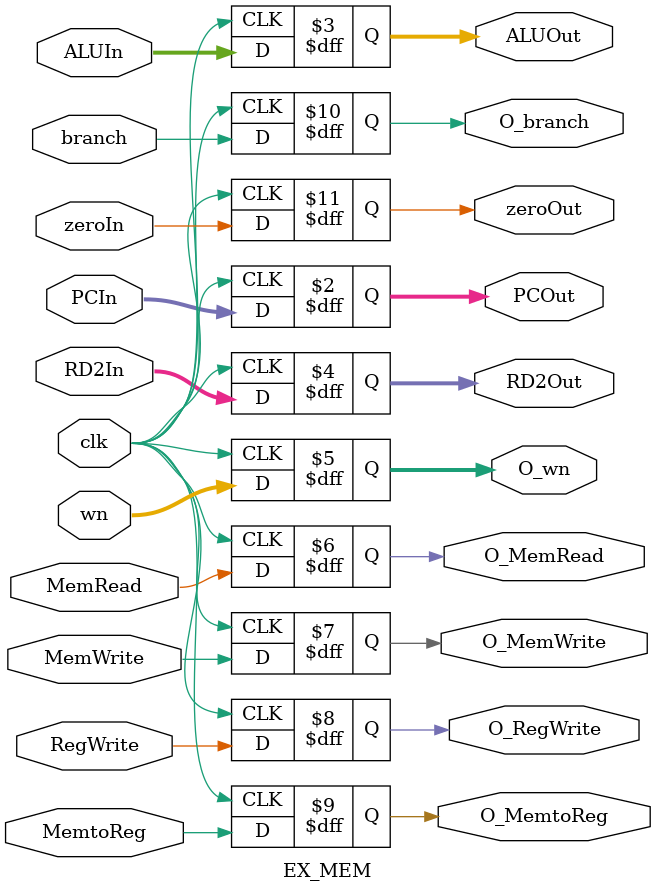
<source format=v>

/*
				, .MemRead( ex_MemRead ), .MemWrite( ex_MemWrite ), .branch(ex_Branch)
				, .O_MemRead(MemRead), .O_MemWrite(MemWrite), .O_branch(Branch)
				
				, .RegWrite(ex_RegWrite), .MemtoReg(ex_MemtoReg), .wn(ex_rfile_wn)
				, .O_RegWrite(mem_RegWrite), .O_MemtoReg(mem_MemtoReg), .O_wn(mem_rfile_wn) ) ;
*/		
module EX_MEM( clk, PCIn, zeroIn, ALUIn, RD2In, PCOut, zeroOut, ALUOut, RD2Out
			   , MemRead, MemWrite, branch
			   , O_MemRead, O_MemWrite, O_branch
			   , RegWrite, MemtoReg, wn 
			   , O_RegWrite, O_MemtoReg, O_wn ) ;
						  
	
	input clk ;
    input[31:0]	PCIn, ALUIn, RD2In ;
	input[4:0] wn;
	input MemRead, MemWrite, RegWrite, MemtoReg, branch, zeroIn ;
    output reg[31:0] PCOut, ALUOut, RD2Out ; 
	output reg[4:0] O_wn ;
	output reg O_MemRead, O_MemWrite, O_RegWrite, O_MemtoReg, O_branch, zeroOut ;
	/* 
	WB 	RegWrite, MemtoReg 
	
	MEM MemRead, MemWrite
	
	EX 	RegDst
	*/ 	
	always @( posedge clk ) 
	begin   
	    O_wn <= wn ; 
		PCOut <= PCIn ;
		zeroOut <= zeroIn ; 
		ALUOut <= ALUIn ;
		RD2Out <= RD2In;
		
		O_MemRead <= MemRead;
		O_MemWrite <= MemWrite;
		O_RegWrite <= RegWrite;
		O_MemtoReg <= MemtoReg;
		O_branch <= branch;
 
	end // ALWAYS 
	
endmodule

</source>
